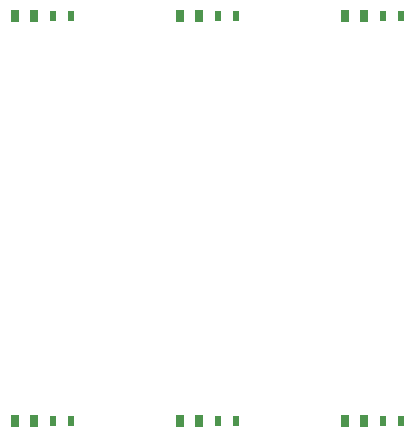
<source format=gbr>
G04 EAGLE Gerber RS-274X export*
G75*
%MOMM*%
%FSLAX34Y34*%
%LPD*%
%INSolderpaste Top*%
%IPPOS*%
%AMOC8*
5,1,8,0,0,1.08239X$1,22.5*%
G01*
G04 Define Apertures*
%ADD10R,0.611800X0.911800*%
%ADD11R,0.798700X0.973900*%
D10*
X293250Y19050D03*
X278250Y19050D03*
X432950Y19050D03*
X417950Y19050D03*
X572650Y19050D03*
X557650Y19050D03*
X293250Y361950D03*
X278250Y361950D03*
X432950Y361950D03*
X417950Y361950D03*
X572650Y361950D03*
X557650Y361950D03*
D11*
X262152Y19050D03*
X245848Y19050D03*
X401852Y19050D03*
X385548Y19050D03*
X541552Y19050D03*
X525248Y19050D03*
X262152Y361950D03*
X245848Y361950D03*
X401852Y361950D03*
X385548Y361950D03*
X541552Y361950D03*
X525248Y361950D03*
M02*

</source>
